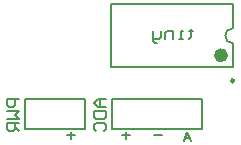
<source format=gbo>
G04 Layer_Color=32896*
%FSLAX25Y25*%
%MOIN*%
G70*
G01*
G75*
%ADD21C,0.00800*%
%ADD23C,0.00984*%
%ADD24C,0.00787*%
%ADD25C,0.00500*%
%ADD36C,0.02362*%
D21*
X35000Y15000D02*
X32334D01*
X31001Y13667D01*
X32334Y12334D01*
X35000D01*
X33001D01*
Y15000D01*
X31001Y11001D02*
X35000D01*
Y9002D01*
X34334Y8336D01*
X31668D01*
X31001Y9002D01*
Y11001D01*
X31668Y4337D02*
X31001Y5003D01*
Y6336D01*
X31668Y7003D01*
X34334D01*
X35000Y6336D01*
Y5003D01*
X34334Y4337D01*
X63334Y38332D02*
Y37666D01*
X64000D01*
X62667D01*
X63334D01*
Y35666D01*
X62667Y35000D01*
X60668D02*
X59335D01*
X60001D01*
Y37666D01*
X60668D01*
X57336Y35000D02*
Y37666D01*
X55336D01*
X54670Y36999D01*
Y35000D01*
X53337Y37666D02*
Y35666D01*
X52670Y35000D01*
X50671D01*
Y34334D01*
X51337Y33667D01*
X52004D01*
X50671Y35000D02*
Y37666D01*
X6000Y15000D02*
X2001D01*
Y13001D01*
X2668Y12334D01*
X4001D01*
X4667Y13001D01*
Y15000D01*
X2001Y11001D02*
X6000D01*
X4667Y9668D01*
X6000Y8336D01*
X2001D01*
X6000Y7003D02*
X2001D01*
Y5003D01*
X2668Y4337D01*
X4001D01*
X4667Y5003D01*
Y7003D01*
Y5670D02*
X6000Y4337D01*
D23*
X77610Y21000D02*
G03*
X77610Y21000I-492J0D01*
G01*
D24*
X77276Y38500D02*
G03*
X77276Y33500I0J-2500D01*
G01*
X8000Y15000D02*
X28000D01*
Y5000D02*
Y15000D01*
X8000Y5000D02*
X28000D01*
X8000D02*
Y15000D01*
X36724Y25567D02*
Y46433D01*
X77276Y38500D02*
Y46433D01*
Y25567D02*
Y33500D01*
X36724Y46433D02*
X77276D01*
X36724Y25567D02*
X77276D01*
X37000Y5000D02*
Y15000D01*
Y5000D02*
X67000D01*
Y15000D01*
X37000D02*
X67000D01*
D25*
X23285Y4071D02*
Y1500D01*
X22000Y2785D02*
X24571D01*
X63285Y1000D02*
X62143Y3999D01*
X61000Y1000D01*
X61428Y2000D02*
X62857D01*
X51000Y2785D02*
X53571D01*
X41785Y4071D02*
Y1500D01*
X40500Y2785D02*
X43071D01*
D36*
X74520Y29504D02*
G03*
X74520Y29504I-1181J0D01*
G01*
M02*

</source>
